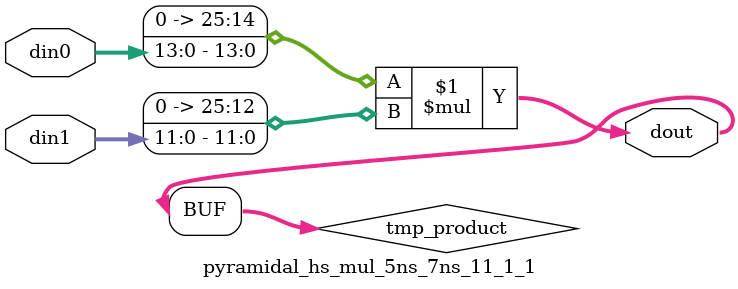
<source format=v>

`timescale 1 ns / 1 ps

 (* DowngradeIPIdentifiedWarnings="yes" *) module pyramidal_hs_mul_5ns_7ns_11_1_1(din0, din1, dout);
parameter ID = 1;
parameter NUM_STAGE = 0;
parameter din0_WIDTH = 14;
parameter din1_WIDTH = 12;
parameter dout_WIDTH = 26;

input [din0_WIDTH - 1 : 0] din0; 
input [din1_WIDTH - 1 : 0] din1; 
output [dout_WIDTH - 1 : 0] dout;

wire signed [dout_WIDTH - 1 : 0] tmp_product;
























assign tmp_product = $signed({1'b0, din0}) * $signed({1'b0, din1});











assign dout = tmp_product;





















endmodule

</source>
